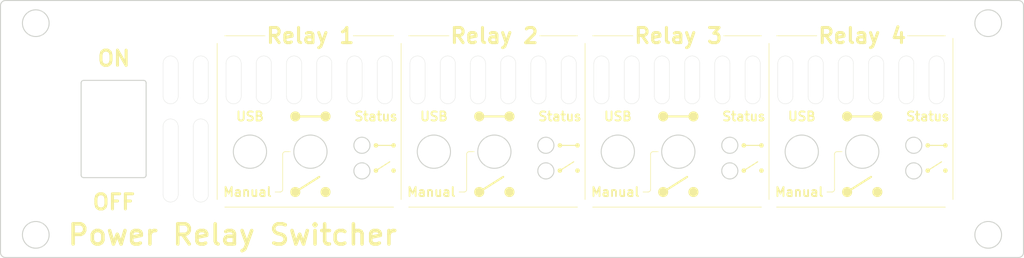
<source format=kicad_pcb>
(kicad_pcb (version 20211014) (generator pcbnew)

  (general
    (thickness 1.6)
  )

  (paper "A4")
  (layers
    (0 "F.Cu" signal)
    (31 "B.Cu" signal)
    (32 "B.Adhes" user "B.Adhesive")
    (33 "F.Adhes" user "F.Adhesive")
    (34 "B.Paste" user)
    (35 "F.Paste" user)
    (36 "B.SilkS" user "B.Silkscreen")
    (37 "F.SilkS" user "F.Silkscreen")
    (38 "B.Mask" user)
    (39 "F.Mask" user)
    (40 "Dwgs.User" user "User.Drawings")
    (41 "Cmts.User" user "User.Comments")
    (42 "Eco1.User" user "User.Eco1")
    (43 "Eco2.User" user "User.Eco2")
    (44 "Edge.Cuts" user)
    (45 "Margin" user)
    (46 "B.CrtYd" user "B.Courtyard")
    (47 "F.CrtYd" user "F.Courtyard")
    (48 "B.Fab" user)
    (49 "F.Fab" user)
  )

  (setup
    (pad_to_mask_clearance 0)
    (pcbplotparams
      (layerselection 0x00010a0_7fffffff)
      (disableapertmacros false)
      (usegerberextensions true)
      (usegerberattributes true)
      (usegerberadvancedattributes true)
      (creategerberjobfile true)
      (svguseinch false)
      (svgprecision 6)
      (excludeedgelayer true)
      (plotframeref false)
      (viasonmask false)
      (mode 1)
      (useauxorigin false)
      (hpglpennumber 1)
      (hpglpenspeed 20)
      (hpglpendiameter 15.000000)
      (dxfpolygonmode true)
      (dxfimperialunits true)
      (dxfusepcbnewfont true)
      (psnegative false)
      (psa4output false)
      (plotreference true)
      (plotvalue true)
      (plotinvisibletext false)
      (sketchpadsonfab false)
      (subtractmaskfromsilk false)
      (outputformat 1)
      (mirror false)
      (drillshape 0)
      (scaleselection 1)
      (outputdirectory "")
    )
  )

  (net 0 "")

  (gr_circle (center 114.5 72) (end 115 72) (layer "F.SilkS") (width 1) (fill none) (tstamp 00000000-0000-0000-0000-0000616bdb7f))
  (gr_circle (center 108.5 72) (end 109 72) (layer "F.SilkS") (width 1) (fill none) (tstamp 00000000-0000-0000-0000-0000616bdb80))
  (gr_line (start 108.5 72) (end 114.5 72) (layer "F.SilkS") (width 0.4) (tstamp 00000000-0000-0000-0000-0000616bdb81))
  (gr_circle (center 151 72) (end 151.5 72) (layer "F.SilkS") (width 1) (fill none) (tstamp 00000000-0000-0000-0000-0000616bdce7))
  (gr_circle (center 145 72) (end 145.5 72) (layer "F.SilkS") (width 1) (fill none) (tstamp 00000000-0000-0000-0000-0000616bdcf7))
  (gr_line (start 145 72) (end 151 72) (layer "F.SilkS") (width 0.4) (tstamp 00000000-0000-0000-0000-0000616bdcf8))
  (gr_line (start 93 88.5) (end 93 57.5) (layer "F.SilkS") (width 0.12) (tstamp 00000000-0000-0000-0000-0000616bddc6))
  (gr_line (start 202.5 88.5) (end 202.5 57.5) (layer "F.SilkS") (width 0.12) (tstamp 00000000-0000-0000-0000-0000616bdf5b))
  (gr_circle (center 224 72) (end 224.5 72) (layer "F.SilkS") (width 1) (fill none) (tstamp 00000000-0000-0000-0000-0000616bdf62))
  (gr_line (start 218 72) (end 224 72) (layer "F.SilkS") (width 0.4) (tstamp 00000000-0000-0000-0000-0000616bdf65))
  (gr_circle (center 218 72) (end 218.5 72) (layer "F.SilkS") (width 1) (fill none) (tstamp 00000000-0000-0000-0000-0000616bdf66))
  (gr_line (start 239 88.5) (end 239 56.5) (layer "F.SilkS") (width 0.12) (tstamp 00000000-0000-0000-0000-0000616bdfac))
  (gr_line (start 131 56) (end 139 56) (layer "F.SilkS") (width 0.12) (tstamp 00000000-0000-0000-0000-0000616be3c3))
  (gr_line (start 157 56) (end 164.5 56) (layer "F.SilkS") (width 0.12) (tstamp 00000000-0000-0000-0000-0000616be3c6))
  (gr_line (start 167.5 56) (end 175.5 56) (layer "F.SilkS") (width 0.12) (tstamp 00000000-0000-0000-0000-0000616be3c9))
  (gr_line (start 94.5 56) (end 102.5 56) (layer "F.SilkS") (width 0.12) (tstamp 00000000-0000-0000-0000-0000616be3cc))
  (gr_line (start 204 56) (end 212 56) (layer "F.SilkS") (width 0.12) (tstamp 00000000-0000-0000-0000-0000616be3cf))
  (gr_line (start 120 56) (end 128 56) (layer "F.SilkS") (width 0.12) (tstamp 00000000-0000-0000-0000-0000616be3d2))
  (gr_line (start 193.5 56) (end 201 56) (layer "F.SilkS") (width 0.12) (tstamp 00000000-0000-0000-0000-0000616be3d5))
  (gr_line (start 230 56) (end 237.5 56) (layer "F.SilkS") (width 0.12) (tstamp 00000000-0000-0000-0000-0000616be3d8))
  (gr_arc (start 215.5 79.5) (mid 215.646447 79.146447) (end 216 79) (layer "F.SilkS") (width 0.12) (tstamp 00000000-0000-0000-0000-0000616c88ce))
  (gr_line (start 161 77.75) (end 164.5 77.75) (layer "F.SilkS") (width 0.2) (tstamp 00000000-0000-0000-0000-0000616c88d1))
  (gr_line (start 145 87) (end 149.75 84) (layer "F.SilkS") (width 0.4) (tstamp 00000000-0000-0000-0000-0000616c88d4))
  (gr_arc (start 179 86.5) (mid 178.853553 86.853553) (end 178.5 87) (layer "F.SilkS") (width 0.12) (tstamp 00000000-0000-0000-0000-0000616c88d7))
  (gr_line (start 234 82.75) (end 236.75 81) (layer "F.SilkS") (width 0.2) (tstamp 00000000-0000-0000-0000-0000616c88da))
  (gr_line (start 142.5 86.5) (end 142.5 79.5) (layer "F.SilkS") (width 0.12) (tstamp 00000000-0000-0000-0000-0000616c88dd))
  (gr_line (start 108.5 87) (end 113.25 84) (layer "F.SilkS") (width 0.4) (tstamp 00000000-0000-0000-0000-0000616c88e0))
  (gr_line (start 204 90) (end 237.5 90) (layer "F.SilkS") (width 0.12) (tstamp 00000000-0000-0000-0000-0000616c88e3))
  (gr_line (start 179.5 79) (end 180.5 79) (layer "F.SilkS") (width 0.12) (tstamp 00000000-0000-0000-0000-0000616c88e6))
  (gr_circle (center 145 87) (end 145.5 87) (layer "F.SilkS") (width 1) (fill none) (tstamp 00000000-0000-0000-0000-0000616c88e9))
  (gr_line (start 141 87) (end 142 87) (layer "F.SilkS") (width 0.12) (tstamp 00000000-0000-0000-0000-0000616c88ec))
  (gr_line (start 124.5 77.75) (end 128 77.75) (layer "F.SilkS") (width 0.2) (tstamp 00000000-0000-0000-0000-0000616c88ef))
  (gr_line (start 131 90) (end 164.5 90) (layer "F.SilkS") (width 0.12) (tstamp 00000000-0000-0000-0000-0000616c88f2))
  (gr_circle (center 181.5 87) (end 182 87) (layer "F.SilkS") (width 1) (fill none) (tstamp 00000000-0000-0000-0000-0000616c88f5))
  (gr_circle (center 234 82.75) (end 234.25 82.75) (layer "F.SilkS") (width 0.4) (fill none) (tstamp 00000000-0000-0000-0000-0000616c88f8))
  (gr_circle (center 201 77.75) (end 201.25 77.75) (layer "F.SilkS") (width 0.4) (fill none) (tstamp 00000000-0000-0000-0000-0000616c88fb))
  (gr_circle (center 161 82.75) (end 161.25 82.75) (layer "F.SilkS") (width 0.4) (fill none) (tstamp 00000000-0000-0000-0000-0000616c88fe))
  (gr_circle (center 224 87) (end 224.5 87) (layer "F.SilkS") (width 1) (fill none) (tstamp 00000000-0000-0000-0000-0000616c8901))
  (gr_line (start 237.25 82.75) (end 237.5 82.75) (layer "F.SilkS") (width 0.12) (tstamp 00000000-0000-0000-0000-0000616c8904))
  (gr_line (start 143 79) (end 144 79) (layer "F.SilkS") (width 0.12) (tstamp 00000000-0000-0000-0000-0000616c8907))
  (gr_line (start 127.75 82.75) (end 128 82.75) (layer "F.SilkS") (width 0.12) (tstamp 00000000-0000-0000-0000-0000616c890a))
  (gr_line (start 197.5 77.75) (end 201 77.75) (layer "F.SilkS") (width 0.2) (tstamp 00000000-0000-0000-0000-0000616c8913))
  (gr_circle (center 128 77.75) (end 128.25 77.75) (layer "F.SilkS") (width 0.4) (fill none) (tstamp 00000000-0000-0000-0000-0000616c8916))
  (gr_line (start 94.5 90) (end 128 90) (layer "F.SilkS") (width 0.12) (tstamp 00000000-0000-0000-0000-0000616c8919))
  (gr_circle (center 124.5 82.75) (end 124.75 82.75) (layer "F.SilkS") (width 0.4) (fill none) (tstamp 00000000-0000-0000-0000-0000616c891c))
  (gr_line (start 106.5 79) (end 107.5 79) (layer "F.SilkS") (width 0.12) (tstamp 00000000-0000-0000-0000-0000616c891f))
  (gr_circle (center 151 87) (end 151.5 87) (layer "F.SilkS") (width 1) (fill none) (tstamp 00000000-0000-0000-0000-0000616c8922))
  (gr_circle (center 108.5 87) (end 109 87) (layer "F.SilkS") (width 1) (fill none) (tstamp 00000000-0000-0000-0000-0000616c8925))
  (gr_circle (center 197.5 77.75) (end 197.75 77.75) (layer "F.SilkS") (width 0.4) (fill none) (tstamp 00000000-0000-0000-0000-0000616c8928))
  (gr_circle (center 164.5 82.75) (end 164.75 82.75) (layer "F.SilkS") (width 0.4) (fill none) (tstamp 00000000-0000-0000-0000-0000616c892b))
  (gr_line (start 106 86.5) (end 106 79.5) (layer "F.SilkS") (width 0.12) (tstamp 00000000-0000-0000-0000-0000616c8937))
  (gr_circle (center 128 82.75) (end 128.25 82.75) (layer "F.SilkS") (width 0.4) (fill none) (tstamp 00000000-0000-0000-0000-0000616c893a))
  (gr_circle (center 124.5 77.75) (end 124.75 77.75) (layer "F.SilkS") (width 0.4) (fill none) (tstamp 00000000-0000-0000-0000-0000616c893d))
  (gr_circle (center 114.5 87) (end 115 87) (layer "F.SilkS") (width 1) (fill none) (tstamp 00000000-0000-0000-0000-0000616c8940))
  (gr_line (start 179 86.5) (end 179 79.5) (layer "F.SilkS") (width 0.12) (tstamp 00000000-0000-0000-0000-0000616c8943))
  (gr_line (start 167.5 90) (end 201 90) (layer "F.SilkS") (width 0.12) (tstamp 00000000-0000-0000-0000-0000616c8946))
  (gr_circle (center 164.5 77.75) (end 164.75 77.75) (layer "F.SilkS") (width 0.4) (fill none) (tstamp 00000000-0000-0000-0000-0000616c8949))
  (gr_line (start 234 77.75) (end 237.5 77.75) (layer "F.SilkS") (width 0.2) (tstamp 00000000-0000-0000-0000-0000616c894c))
  (gr_line (start 200.75 82.75) (end 201 82.75) (layer "F.SilkS") (width 0.12) (tstamp 00000000-0000-0000-0000-0000616c894f))
  (gr_arc (start 106 79.5) (mid 106.146447 79.146447) (end 106.5 79) (layer "F.SilkS") (width 0.12) (tstamp 00000000-0000-0000-0000-0000616c8952))
  (gr_circle (center 237.5 82.75) (end 237.75 82.75) (layer "F.SilkS") (width 0.4) (fill none) (tstamp 00000000-0000-0000-0000-0000616c8955))
  (gr_line (start 161 82.75) (end 163.75 81) (layer "F.SilkS") (width 0.2) (tstamp 00000000-0000-0000-0000-0000616c895b))
  (gr_line (start 197.5 82.75) (end 200.25 81) (layer "F.SilkS") (width 0.2) (tstamp 00000000-0000-0000-0000-0000616c8973))
  (gr_arc (start 106 86.5) (mid 105.853553 86.853553) (end 105.5 87) (layer "F.SilkS") (width 0.12) (tstamp 00000000-0000-0000-0000-0000616c8979))
  (gr_line (start 164.25 82.75) (end 164.5 82.75) (layer "F.SilkS") (width 0.12) (tstamp 00000000-0000-0000-0000-0000616c897c))
  (gr_circle (center 161 77.75) (end 161.25 77.75) (layer "F.SilkS") (width 0.4) (fill none) (tstamp 00000000-0000-0000-0000-0000616c897f))
  (gr_circle (center 201 82.75) (end 201.25 82.75) (layer "F.SilkS") (width 0.4) (fill none) (tstamp 00000000-0000-0000-0000-0000616c8982))
  (gr_line (start 181.5 87) (end 186.25 84) (layer "F.SilkS") (width 0.4) (tstamp 00000000-0000-0000-0000-0000616c8985))
  (gr_line (start 104.5 87) (end 105.5 87) (layer "F.SilkS") (width 0.12) (tstamp 00000000-0000-0000-0000-0000616c8988))
  (gr_circle (center 234 77.75) (end 234.25 77.75) (layer "F.SilkS") (width 0.4) (fill none) (tstamp 00000000-0000-0000-0000-0000616c898b))
  (gr_circle (center 187.5 87) (end 188 87) (layer "F.SilkS") (width 1) (fill none) (tstamp 00000000-0000-0000-0000-0000616c898e))
  (gr_line (start 124.5 82.75) (end 127.25 81) (layer "F.SilkS") (width 0.2) (tstamp 00000000-0000-0000-0000-0000616c899a))
  (gr_line (start 215.5 86.5) (end 215.5 79.5) (layer "F.SilkS") (width 0.12) (tstamp 00000000-0000-0000-0000-0000616c899d))
  (gr_arc (start 215.5 86.5) (mid 215.353553 86.853553) (end 215 87) (layer "F.SilkS") (width 0.12) (tstamp 00000000-0000-0000-0000-0000616c89a0))
  (gr_line (start 177.5 87) (end 178.5 87) (layer "F.SilkS") (width 0.12) (tstamp 00000000-0000-0000-0000-0000616c89a3))
  (gr_line (start 216 79) (end 217 79) (layer "F.SilkS") (width 0.12) (tstamp 00000000-0000-0000-0000-0000616c89a6))
  (gr_circle (center 237.5 77.75) (end 237.75 77.75) (layer "F.SilkS") (width 0.4) (fill none) (tstamp 00000000-0000-0000-0000-0000616c89a9))
  (gr_arc (start 142.5 86.5) (mid 142.353553 86.853553) (end 142 87) (layer "F.SilkS") (width 0.12) (tstamp 00000000-0000-0000-0000-0000616c89ac))
  (gr_arc (start 179 79.5) (mid 179.146447 79.146447) (end 179.5 79) (layer "F.SilkS") (width 0.12) (tstamp 00000000-0000-0000-0000-0000616c89af))
  (gr_circle (center 197.5 82.75) (end 197.75 82.75) (layer "F.SilkS") (width 0.4) (fill none) (tstamp 00000000-0000-0000-0000-0000616c89b5))
  (gr_line (start 214 87) (end 215 87) (layer "F.SilkS") (width 0.12) (tstamp 00000000-0000-0000-0000-0000616c89b8))
  (gr_arc (start 142.5 79.5) (mid 142.646447 79.146447) (end 143 79) (layer "F.SilkS") (width 0.12) (tstamp 00000000-0000-0000-0000-0000616c89bb))
  (gr_line (start 218 87) (end 222.75 84) (layer "F.SilkS") (width 0.4) (tstamp 00000000-0000-0000-0000-0000616c89be))
  (gr_circle (center 218 87) (end 218.5 87) (layer "F.SilkS") (width 1) (fill none) (tstamp 00000000-0000-0000-0000-0000616c89c4))
  (gr_line (start 166 88.5) (end 166 57.5) (layer "F.SilkS") (width 0.12) (tstamp 31f52a41-1eed-45c9-b3c7-e08730ae9e30))
  (gr_circle (center 181.5 72) (end 182 72) (layer "F.SilkS") (width 1) (fill none) (tstamp 47e4e77e-39be-4beb-b6ca-1db0f8996fe0))
  (gr_circle (center 187.5 72) (end 188 72) (layer "F.SilkS") (width 1) (fill none) (tstamp 5c3062cb-d812-4348-8c22-213a65d03f98))
  (gr_line (start 129.5 88.5) (end 129.5 57.5) (layer "F.SilkS") (width 0.12) (tstamp 5ecae61a-cfbd-45ae-b6a5-4234d2599ac3))
  (gr_line (start 181.5 72) (end 187.5 72) (layer "F.SilkS") (width 0.4) (tstamp c7d07753-1b8f-4ef1-b4a3-c4f0ac47ece0))
  (gr_line (start 97.75 61.5) (end 97.75 68) (layer "Edge.Cuts") (width 0.05) (tstamp 00000000-0000-0000-0000-0000616be305))
  (gr_line (start 94.75 68) (end 94.75 61.5) (layer "Edge.Cuts") (width 0.05) (tstamp 00000000-0000-0000-0000-0000616be306))
  (gr_line (start 100.75 68) (end 100.75 61.5) (layer "Edge.Cuts") (width 0.05) (tstamp 00000000-0000-0000-0000-0000616be30e))
  (gr_arc (start 100.75 61.5) (mid 102.25 60) (end 103.75 61.5) (layer "Edge.Cuts") (width 0.05) (tstamp 00000000-0000-0000-0000-0000616be30f))
  (gr_line (start 103.75 61.5) (end 103.75 68) (layer "Edge.Cuts") (width 0.05) (tstamp 00000000-0000-0000-0000-0000616be310))
  (gr_arc (start 103.75 68) (mid 102.25 69.5) (end 100.75 68) (layer "Edge.Cuts") (width 0.05) (tstamp 00000000-0000-0000-0000-0000616be311))
  (gr_line (start 106.75 68) (end 106.75 61.5) (layer "Edge.Cuts") (width 0.05) (tstamp 00000000-0000-0000-0000-0000616be337))
  (gr_arc (start 109.75 68) (mid 108.25 69.5) (end 106.75 68) (layer "Edge.Cuts") (width 0.05) (tstamp 00000000-0000-0000-0000-0000616be339))
  (gr_arc (start 106.75 61.5) (mid 108.25 60) (end 109.75 61.5) (layer "Edge.Cuts") (width 0.05) (tstamp 00000000-0000-0000-0000-0000616be33a))
  (gr_line (start 109.75 61.5) (end 109.75 68) (layer "Edge.Cuts") (width 0.05) (tstamp 00000000-0000-0000-0000-0000616be33b))
  (gr_line (start 112.75 68) (end 112.75 61.5) (layer "Edge.Cuts") (width 0.05) (tstamp 00000000-0000-0000-0000-0000616be342))
  (gr_arc (start 118.75 61.5) (mid 120.25 60) (end 121.75 61.5) (layer "Edge.Cuts") (width 0.05) (tstamp 00000000-0000-0000-0000-0000616be343))
  (gr_arc (start 121.75 68) (mid 120.25 69.5) (end 118.75 68) (layer "Edge.Cuts") (width 0.05) (tstamp 00000000-0000-0000-0000-0000616be344))
  (gr_line (start 121.75 61.5) (end 121.75 68) (layer "Edge.Cuts") (width 0.05) (tstamp 00000000-0000-0000-0000-0000616be345))
  (gr_arc (start 115.75 68) (mid 114.25 69.5) (end 112.75 68) (layer "Edge.Cuts") (width 0.05) (tstamp 00000000-0000-0000-0000-0000616be346))
  (gr_line (start 118.75 68) (end 118.75 61.5) (layer "Edge.Cuts") (width 0.05) (tstamp 00000000-0000-0000-0000-0000616be347))
  (gr_arc (start 112.75 61.5) (mid 114.25 60) (end 115.75 61.5) (layer "Edge.Cuts") (width 0.05) (tstamp 00000000-0000-0000-0000-0000616be348))
  (gr_line (start 115.75 61.5) (end 115.75 68) (layer "Edge.Cuts") (width 0.05) (tstamp 00000000-0000-0000-0000-0000616be349))
  (gr_line (start 124.75 68) (end 124.75 61.5) (layer "Edge.Cuts") (width 0.05) (tstamp 00000000-0000-0000-0000-0000616be352))
  (gr_arc (start 124.75 61.5) (mid 126.25 60) (end 127.75 61.5) (layer "Edge.Cuts") (width 0.05) (tstamp 00000000-0000-0000-0000-0000616be353))
  (gr_line (start 127.75 61.5) (end 127.75 68) (layer "Edge.Cuts") (width 0.05) (tstamp 00000000-0000-0000-0000-0000616be354))
  (gr_arc (start 127.75 68) (mid 126.25 69.5) (end 124.75 68) (layer "Edge.Cuts") (width 0.05) (tstamp 00000000-0000-0000-0000-0000616be355))
  (gr_line (start 204.25 68) (end 204.25 61.5) (layer "Edge.Cuts") (width 0.05) (tstamp 00000000-0000-0000-0000-0000616be35a))
  (gr_line (start 228.25 68) (end 228.25 61.5) (layer "Edge.Cuts") (width 0.05) (tstamp 00000000-0000-0000-0000-0000616be35b))
  (gr_arc (start 237.25 68) (mid 235.75 69.5) (end 234.25 68) (layer "Edge.Cuts") (width 0.05) (tstamp 00000000-0000-0000-0000-0000616be35c))
  (gr_arc (start 228.25 61.5) (mid 229.75 60) (end 231.25 61.5) (layer "Edge.Cuts") (width 0.05) (tstamp 00000000-0000-0000-0000-0000616be35d))
  (gr_arc (start 225.25 68) (mid 223.75 69.5) (end 222.25 68) (layer "Edge.Cuts") (width 0.05) (tstamp 00000000-0000-0000-0000-0000616be35e))
  (gr_line (start 231.25 61.5) (end 231.25 68) (layer "Edge.Cuts") (width 0.05) (tstamp 00000000-0000-0000-0000-0000616be35f))
  (gr_line (start 234.25 68) (end 234.25 61.5) (layer "Edge.Cuts") (width 0.05) (tstamp 00000000-0000-0000-0000-0000616be360))
  (gr_line (start 210.25 68) (end 210.25 61.5) (layer "Edge.Cuts") (width 0.05) (tstamp 00000000-0000-0000-0000-0000616be361))
  (gr_arc (start 234.25 61.5) (mid 235.75 60) (end 237.25 61.5) (layer "Edge.Cuts") (width 0.05) (tstamp 00000000-0000-0000-0000-0000616be362))
  (gr_arc (start 204.25 61.5) (mid 205.75 60) (end 207.25 61.5) (layer "Edge.Cuts") (width 0.05) (tstamp 00000000-0000-0000-0000-0000616be363))
  (gr_arc (start 216.25 61.5) (mid 217.75 60) (end 219.25 61.5) (layer "Edge.Cuts") (width 0.05) (tstamp 00000000-0000-0000-0000-0000616be364))
  (gr_arc (start 219.25 68) (mid 217.75 69.5) (end 216.25 68) (layer "Edge.Cuts") (width 0.05) (tstamp 00000000-0000-0000-0000-0000616be365))
  (gr_line (start 222.25 68) (end 222.25 61.5) (layer "Edge.Cuts") (width 0.05) (tstamp 00000000-0000-0000-0000-0000616be366))
  (gr_arc (start 222.25 61.5) (mid 223.75 60) (end 225.25 61.5) (layer "Edge.Cuts") (width 0.05) (tstamp 00000000-0000-0000-0000-0000616be367))
  (gr_line (start 207.25 61.5) (end 207.25 68) (layer "Edge.Cuts") (width 0.05) (tstamp 00000000-0000-0000-0000-0000616be368))
  (gr_line (start 219.25 61.5) (end 219.25 68) (layer "Edge.Cuts") (width 0.05) (tstamp 00000000-0000-0000-0000-0000616be369))
  (gr_arc (start 213.25 68) (mid 211.75 69.5) (end 210.25 68) (layer "Edge.Cuts") (width 0.05) (tstamp 00000000-0000-0000-0000-0000616be36a))
  (gr_arc (start 207.25 68) (mid 205.75 69.5) (end 204.25 68) (layer "Edge.Cuts") (width 0.05) (tstamp 00000000-0000-0000-0000-0000616be36b))
  (gr_line (start 216.25 68) (end 216.25 61.5) (layer "Edge.Cuts") (width 0.05) (tstamp 00000000-0000-0000-0000-0000616be36c))
  (gr_arc (start 231.25 68) (mid 229.75 69.5) (end 228.25 68) (layer "Edge.Cuts") (width 0.05) (tstamp 00000000-0000-0000-0000-0000616be36d))
  (gr_arc (start 210.25 61.5) (mid 211.75 60) (end 213.25 61.5) (layer "Edge.Cuts") (width 0.05) (tstamp 00000000-0000-0000-0000-0000616be36e))
  (gr_line (start 225.25 61.5) (end 225.25 68) (layer "Edge.Cuts") (width 0.05) (tstamp 00000000-0000-0000-0000-0000616be36f))
  (gr_line (start 213.25 61.5) (end 213.25 68) (layer "Edge.Cuts") (width 0.05) (tstamp 00000000-0000-0000-0000-0000616be370))
  (gr_line (start 237.25 61.5) (end 237.25 68) (layer "Edge.Cuts") (width 0.05) (tstamp 00000000-0000-0000-0000-0000616be371))
  (gr_line (start 82.25 68) (end 82.25 61.5) (layer "Edge.Cuts") (width 0.05) (tstamp 00000000-0000-0000-0000-0000616be494))
  (gr_arc (start 91.25 68) (mid 89.75 69.5) (end 88.25 68) (layer "Edge.Cuts") (width 0.05) (tstamp 00000000-0000-0000-0000-0000616be495))
  (gr_arc (start 82.25 61.5) (mid 83.75 60) (end 85.25 61.5) (layer "Edge.Cuts") (width 0.05) (tstamp 00000000-0000-0000-0000-0000616be496))
  (gr_line (start 85.25 61.5) (end 85.25 68) (layer "Edge.Cuts") (width 0.05) (tstamp 00000000-0000-0000-0000-0000616be497))
  (gr_line (start 88.25 68) (end 88.25 61.5) (layer "Edge.Cuts") (width 0.05) (tstamp 00000000-0000-0000-0000-0000616be498))
  (gr_arc (start 88.25 61.5) (mid 89.75 60) (end 91.25 61.5) (layer "Edge.Cuts") (width 0.05) (tstamp 00000000-0000-0000-0000-0000616be499))
  (gr_arc (start 85.25 68) (mid 83.75 69.5) (end 82.25 68) (layer "Edge.Cuts") (width 0.05) (tstamp 00000000-0000-0000-0000-0000616be49a))
  (gr_line (start 91.25 61.5) (end 91.25 68) (layer "Edge.Cuts") (width 0.05) (tstamp 00000000-0000-0000-0000-0000616be49b))
  (gr_arc (start 91.25 87.5) (mid 89.75 89) (end 88.25 87.5) (layer "Edge.Cuts") (width 0.05) (tstamp 00000000-0000-0000-0000-0000616be4a5))
  (gr_line (start 88.25 87.5) (end 88.25 74) (layer "Edge.Cuts") (width 0.05) (tstamp 00000000-0000-0000-0000-0000616be4a6))
  (gr_line (start 82.25 87.5) (end 82.25 74) (layer "Edge.Cuts") (width 0.05) (tstamp 00000000-0000-0000-0000-0000616be4a7))
  (gr_line (start 91.25 74) (end 91.25 87.5) (layer "Edge.Cuts") (width 0.05) (tstamp 00000000-0000-0000-0000-0000616be4a8))
  (gr_arc (start 82.25 74) (mid 83.75 72.5) (end 85.25 74) (layer "Edge.Cuts") (width 0.05) (tstamp 00000000-0000-0000-0000-0000616be4a9))
  (gr_line (start 85.25 74) (end 85.25 87.5) (layer "Edge.Cuts") (width 0.05) (tstamp 00000000-0000-0000-0000-0000616be4aa))
  (gr_arc (start 88.25 74) (mid 89.75 72.5) (end 91.25 74) (layer "Edge.Cuts") (width 0.05) (tstamp 00000000-0000-0000-0000-0000616be4ab))
  (gr_arc (start 85.25 87.5) (mid 83.75 89) (end 82.25 87.5) (layer "Edge.Cuts") (width 0.05) (tstamp 00000000-0000-0000-0000-0000616be4ac))
  (gr_circle (center 148 79) (end 151.3 79) (layer "Edge.Cuts") (width 0.2) (fill none) (tstamp 00000000-0000-0000-0000-0000616c890d))
  (gr_circle (center 99.5 79) (end 102.8 79) (layer "Edge.Cuts") (width 0.2) (fill none) (tstamp 00000000-0000-0000-0000-0000616c8910))
  (gr_circle (center 221 79) (end 224.3 79) (layer "Edge.Cuts") (width 0.2) (fill none) (tstamp 00000000-0000-0000-0000-0000616c8931))
  (gr_circle (center 158.22 77.73) (end 159.82 77.73) (layer "Edge.Cuts") (width 0.2) (fill none) (tstamp 00000000-0000-0000-0000-0000616c8934))
  (gr_circle (center 184.5 79) (end 187.8 79) (layer "Edge.Cuts") (width 0.2) (fill none) (tstamp 00000000-0000-0000-0000-0000616c8958))
  (gr_circle (center 231.22 82.81) (end 232.82 82.81) (layer "Edge.Cuts") (width 0.2) (fill none) (tstamp 00000000-0000-0000-0000-0000616c895e))
  (gr_circle (center 194.72 82.81) (end 196.32 82.81) (layer "Edge.Cuts") (width 0.2) (fill none) (tstamp 00000000-0000-0000-0000-0000616c8961))
  (gr_circle (center 158.22 82.81) (end 159.82 82.81) (layer "Edge.Cuts") (width 0.2) (fill none) (tstamp 00000000-0000-0000-0000-0000616c8964))
  (gr_circle (center 111.5 79) (end 114.8 79) (layer "Edge.Cuts") (width 0.2) (fill none) (tstamp 00000000-0000-0000-0000-0000616c8967))
  (gr_circle (center 172.5 79) (end 175.8 79) (layer "Edge.Cuts") (width 0.2) (fill none) (tstamp 00000000-0000-0000-0000-0000616c896a))
  (gr_circle (center 136 79) (end 139.3 79) (layer "Edge.Cuts") (width 0.2) (fill none) (tstamp 00000000-0000-0000-0000-0000616c896d))
  (gr_circle (center 231.22 77.73) (end 232.82 77.73) (layer "Edge.Cuts") (width 0.2) (fill none) (tstamp 00000000-0000-0000-0000-0000616c8970))
  (gr_circle (center 209 79) (end 212.3 79) (layer "Edge.Cuts") (width 0.2) (fill none) (tstamp 00000000-0000-0000-0000-0000616c8976))
  (gr_circle (center 194.72 77.73) (end 196.32 77.73) (layer "Edge.Cuts") (width 0.2) (fill none) (tstamp 00000000-0000-0000-0000-0000616c8991))
  (gr_circle (center 121.719999 77.73) (end 123.319999 77.73) (layer "Edge.Cuts") (width 0.2) (fill none) (tstamp 00000000-0000-0000-0000-0000616c8994))
  (gr_circle (center 121.719999 82.81) (end 123.319999 82.81) (layer "Edge.Cuts") (width 0.2) (fill none) (tstamp 00000000-0000-0000-0000-0000616c89c1))
  (gr_line (start 161.25 68) (end 161.25 61.5) (layer "Edge.Cuts") (width 0.05) (tstamp 0a41919c-15f8-4b76-af8c-0548f0909815))
  (gr_arc (start 66 65.35) (mid 66.146447 64.996447) (end 66.5 64.85) (layer "Edge.Cuts") (width 0.2) (tstamp 173c58c4-b94a-48dc-9c06-833d3c8a0095))
  (gr_line (start 78.9 83.65) (end 78.9 65.35) (layer "Edge.Cuts") (width 0.2) (tstamp 18ac17d9-21d8-4706-8111-024a9cddfb68))
  (gr_line (start 51 49) (end 252 49) (layer "Edge.Cuts") (width 0.2) (tstamp 1b2e7599-78e2-4bc1-87c1-0cac6018eb29))
  (gr_line (start 66 83.65) (end 66 65.35) (layer "Edge.Cuts") (width 0.2) (tstamp 1c2d77eb-7882-44a4-97ed-f58a4ad4c441))
  (gr_arc (start 97.75 68) (mid 96.25 69.5) (end 94.75 68) (layer "Edge.Cuts") (width 0.05) (tstamp 1f307ab9-2e3b-4f32-abfd-e9a33f8e2f0f))
  (gr_line (start 149.25 68) (end 149.25 61.5) (layer "Edge.Cuts") (width 0.05) (tstamp 215e039b-b9f2-4770-bac6-a14aa8711e9e))
  (gr_line (start 253 99) (end 253 50) (layer "Edge.Cuts") (width 0.2) (tstamp 26f15504-7ec2-4f2e-af11-a178f8cece23))
  (gr_line (start 164.25 61.5) (end 164.25 68) (layer "Edge.Cuts") (width 0.05) (tstamp 292921de-ff54-4056-8077-f45ab10c075f))
  (gr_line (start 146.25 61.5) (end 146.25 68) (layer "Edge.Cuts") (width 0.05) (tstamp 331306eb-cdab-4545-9a82-93ca96ca7f36))
  (gr_arc (start 200.75 68) (mid 199.25 69.5) (end 197.75 68) (layer "Edge.Cuts") (width 0.05) (tstamp 33b4f476-ddec-4dba-a4f8-1471e04a265c))
  (gr_circle (center 246 53.5) (end 248.65 53.5) (layer "Edge.Cuts") (width 0.2) (fill none) (tstamp 34c492df-856f-4c2c-a443-97931cfbd969))
  (gr_arc (start 188.75 68) (mid 187.25 69.5) (end 185.75 68) (layer "Edge.Cuts") (width 0.05) (tstamp 34d1596b-6918-4b4c-8793-0fa07eac7d87))
  (gr_arc (start 78.9 83.65) (mid 78.753553 84.003553) (end 78.4 84.15) (layer "Edge.Cuts") (width 0.2) (tstamp 35f6f6db-72dd-4680-b944-e72281fded9b))
  (gr_line (start 194.75 61.5) (end 194.75 68) (layer "Edge.Cuts") (width 0.05) (tstamp 38bf5d49-4b7d-46af-9aec-20338ac3b567))
  (gr_line (start 66.5 84.15) (end 78.4 84.15) (layer "Edge.Cuts") (width 0.2) (tstamp 3fef8bb8-e42e-4e2b-8e3e-2296b3746792))
  (gr_arc (start 155.25 61.5) (mid 156.75 60) (end 158.25 61.5) (layer "Edge.Cuts") (width 0.05) (tstamp 3ffe9ae2-2380-44fe-8e30-8c1721a26c4b))
  (gr_arc (start 137.25 61.5) (mid 138.75 60) (end 140.25 61.5) (layer "Edge.Cuts") (width 0.05) (tstamp 40c6b5d4-866c-4ff8-8986-80c236685948))
  (gr_line (start 143.25 68) (end 143.25 61.5) (layer "Edge.Cuts") (width 0.05) (tstamp 46538834-d2f0-419f-af0b-5e368a2d6464))
  (gr_arc (start 185.75 61.5) (mid 187.25 60) (end 188.75 61.5) (layer "Edge.Cuts") (width 0.05) (tstamp 4b663f55-f630-4aa2-84b3-209008fa9be6))
  (gr_line (start 197.75 68) (end 197.75 61.5) (layer "Edge.Cuts") (width 0.05) (tstamp 525673ef-53b5-4aec-9b87-bb6bae7a324f))
  (gr_arc (start 158.25 68) (mid 156.75 69.5) (end 155.25 68) (layer "Edge.Cuts") (width 0.05) (tstamp 5b421ad9-a3bc-4de8-bb05-c0685dceee00))
  (gr_arc (start 131.25 61.5) (mid 132.75 60) (end 134.25 61.5) (layer "Edge.Cuts") (width 0.05) (tstamp 5bad4a08-e9ad-4c6a-a064-b27233bfc778))
  (gr_arc (start 143.25 61.5) (mid 144.75 60) (end 146.25 61.5) (layer "Edge.Cuts") (width 0.05) (tstamp 5e4db9dc-8490-4316-ac08-c64b6a904655))
  (gr_arc (start 149.25 61.5) (mid 150.75 60) (end 152.25 61.5) (layer "Edge.Cuts") (width 0.05) (tstamp 5ee25315-394b-4734-b5e2-a96c971b61ce))
  (gr_arc (start 140.25 68) (mid 138.75 69.5) (end 137.25 68) (layer "Edge.Cuts") (width 0.05) (tstamp 6240b5a7-9d21-4407-bc7d-3670e96f6711))
  (gr_line (start 137.25 68) (end 137.25 61.5) (layer "Edge.Cuts") (width 0.05) (tstamp 68adce96-4409-4a7f-81a7-7429840d25bf))
  (gr_line (start 152.25 61.5) (end 152.25 68) (layer "Edge.Cuts") (width 0.05) (tstamp 69767d4a-20bd-4e26-8242-14251a061cc2))
  (gr_arc (start 161.25 61.5) (mid 162.75 60) (end 164.25 61.5) (layer "Edge.Cuts") (width 0.05) (tstamp 6afefa21-f029-4860-b309-eb5e599937b3))
  (gr_arc (start 176.75 68) (mid 175.25 69.5) (end 173.75 68) (layer "Edge.Cuts") (width 0.05) (tstamp 6b74a5ad-00a1-49bb-9e50-2701659a2a68))
  (gr_arc (start 167.75 61.5) (mid 169.25 60) (end 170.75 61.5) (layer "Edge.Cuts") (width 0.05) (tstamp 6bc6cb78-b0fa-4da8-ae22-4c06c645a271))
  (gr_line (start 51 100) (end 252 100) (layer "Edge.Cuts") (width 0.2) (tstamp 741b7e6a-ac86-4726-8cf9-550c77fe49b4))
  (gr_circle (center 246 95.5) (end 248.65 95.5) (layer "Edge.Cuts") (width 0.2) (fill none) (tstamp 791dc24c-54d7-470e-9ab7-32fa36efd71b))
  (gr_arc (start 194.75 68) (mid 193.25 69.5) (end 191.75 68) (layer "Edge.Cuts") (width 0.05) (tstamp 7941b047-7fe0-41d0-9415-4890b2a45ff1))
  (gr_line (start 131.25 68) (end 131.25 61.5) (layer "Edge.Cuts") (width 0.05) (tstamp 7e53602b-ffcb-4dbb-8232-c85b6342d761))
  (gr_line (start 176.75 61.5) (end 176.75 68) (layer "Edge.Cuts") (width 0.05) (tstamp 7f0dc40b-4780-4940-909d-c96afddec0e5))
  (gr_line (start 50 99) (end 50 50) (layer "Edge.Cuts") (width 0.2) (tstamp 81b07ea7-caaf-4fa3-8acc-aca76113ef04))
  (gr_line (start 200.75 61.5) (end 200.75 68) (layer "Edge.Cuts") (width 0.05) (tstamp 81f99055-f3c1-49a8-915e-0aa7a78464e0))
  (gr_arc (start 191.75 61.5) (mid 193.25 60) (end 194.75 61.5) (layer "Edge.Cuts") (width 0.05) (tstamp 8743c810-9f35-4a13-b5ab-1ebcefadccdb))
  (gr_arc (start 253 99) (mid 252.707107 99.707107) (end 252 100) (layer "Edge.Cuts") (width 0.2) (tstamp 886c8dd0-c279-44fd-864e-dc61026b3c45))
  (gr_arc (start 152.25 68) (mid 150.75 69.5) (end 149.25 68) (layer "Edge.Cuts") (width 0.05) (tstamp 9ee1bcb7-6c47-4d20-ab5e-b2f50ca4264e))
  (gr_line (start 158.25 61.5) (end 158.25 68) (layer "Edge.Cuts") (width 0.05) (tstamp a0fb271d-d537-4189-87be-e34fb62fcc9e))
  (gr_arc (start 94.75 61.5) (mid 96.25 60) (end 97.75 61.5) (layer "Edge.Cuts") (width 0.05) (tstamp a1eb54a2-8abc-4daf-be46-cf3a505f59ef))
  (gr_line (start 170.75 61.5) (end 170.75 68) (layer "Edge.Cuts") (width 0.05) (tstamp a412134e-3d62-46f3-b74a-a4f608080713))
  (gr_line (start 179.75 68) (end 179.75 61.5) (layer "Edge.Cuts") (width 0.05) (tstamp a54eee65-87ad-4d4c-bbc6-61522d44d25e))
  (gr_arc (start 164.25 68) (mid 162.75 69.5) (end 161.25 68) (layer "Edge.Cuts") (width 0.05) (tstamp acc5f919-71c9-4b02-9785-e77f3f662ee3))
  (gr_line (start 182.75 61.5) (end 182.75 68) (layer "Edge.Cuts") (width 0.05) (tstamp ad23256e-d576-46f1-8aa4-dc349478262f))
  (gr_circle (center 57 53.5) (end 59.65 53.5) (layer "Edge.Cuts") (width 0.2) (fill none) (tstamp b0467589-f4a6-4875-8e8c-68fdd9a5d826))
  (gr_arc (start 146.25 68) (mid 144.75 69.5) (end 143.25 68) (layer "Edge.Cuts") (width 0.05) (tstamp b0df8789-b267-4db5-a867-f862e96c5b95))
  (gr_line (start 188.75 61.5) (end 188.75 68) (layer "Edge.Cuts") (width 0.05) (tstamp bb3cbd8a-bb1a-4d9b-9935-31533e913938))
  (gr_line (start 191.75 68) (end 191.75 61.5) (layer "Edge.Cuts") (width 0.05) (tstamp c52130a2-fe15-44b5-abe7-8982f1a196fc))
  (gr_arc (start 170.75 68) (mid 169.25 69.5) (end 167.75 68) (layer "Edge.Cuts") (width 0.05) (tstamp c9e5e15f-d9dd-4313-bf8d-d94dc37fa057))
  (gr_arc (start 179.75 61.5) (mid 181.25 60) (end 182.75 61.5) (layer "Edge.Cuts") (width 0.05) (tstamp cd3c7b66-2b19-420d-bb1c-d1cbde647cd8))
  (gr_arc (start 252 49) (mid 252.707107 49.292893) (end 253 50) (layer "Edge.Cuts") (width 0.2) (tstamp ce462ef9-2387-4365-b2dc-bac6b2c4ffbf))
  (gr_line (start 173.75 68) (end 173.75 61.5) (layer "Edge.Cuts") (width 0.05) (tstamp cea28115-fc0a-477a-bf87-34c4e4dff3e7))
  (gr_arc (start 51 100) (mid 50.292893 99.707107) (end 50 99) (layer "Edge.Cuts") (width 0.2) (tstamp d23646b3-7638-4a70-a4dc-249aa93f03d8))
  (gr_line (start 185.75 68) (end 185.75 61.5) (layer "Edge.Cuts") (width 0.05) (tstamp d5c07ff2-6011-40fc-993b-7517996f68de))
  (gr_arc (start 66.5 84.15) (mid 66.146447 84.003553) (end 66 83.65) (layer "Edge.Cuts") (width 0.2) (tstamp d6ab9a99-e134-43b3-9463-302ab08eba72))
  (gr_line (start 140.25 61.5) (end 140.25 68) (layer "Edge.Cuts") (width 0.05) (tstamp d97cde96-e7b5-4126-ae50-26b3824ba7c1))
  (gr_arc (start 173.75 61.5) (mid 175.25 60) (end 176.75 61.5) (layer "Edge.Cuts") (width 0.05) (tstamp d9990cc4-c8f6-4398-b8b7-44719f696e3f))
  (gr_circle (center 57 95.5) (end 59.65 95.5) (layer "Edge.Cuts") (width 0.2) (fill none) (tstamp deaf2812-0624-4b60-81f6-e5446cada6e9))
  (gr_line (start 66.5 64.85) (end 78.4 64.85) (layer "Edge.Cuts") (width 0.2) (tstamp e03315a1-1aba-4592-9cf3-dfd7895bdc65))
  (gr_line (start 134.25 61.5) (end 134.25 68) (layer "Edge.Cuts") (width 0.05) (tstamp e0b92590-4664-4c78-a486-ec8c7cc5e119))
  (gr_line (start 167.75 68) (end 167.75 61.5) (layer "Edge.Cuts") (width 0.05) (tstamp e4bf7159-99d3-4d9f-b1ca-9eb974395052))
  (gr_arc (start 134.25 68) (mid 132.75 69.5) (end 131.25 68) (layer "Edge.Cuts") (width 0.05) (tstamp ec646e03-e8e3-470b-a9b3-0aa92de3fbc3))
  (gr_arc (start 78.4 64.85) (mid 78.753553 64.996447) (end 78.9 65.35) (layer "Edge.Cuts") (width 0.2) (tstamp ed2a079c-d2c6-4c5d-abbe-1fb04ef0de3e))
  (gr_arc (start 182.75 68) (mid 181.25 69.5) (end 179.75 68) (layer "Edge.Cuts") (width 0.05) (tstamp ed88c85e-8120-4550-98b9-030b80c3d883))
  (gr_line (start 155.25 68) (end 155.25 61.5) (layer "Edge.Cuts") (width 0.05) (tstamp fa4f2829-e28b-4787-b890-89160db8d094))
  (gr_arc (start 197.75 61.5) (mid 199.25 60) (end 200.75 61.5) (layer "Edge.Cuts") (width 0.05) (tstamp fc1384e2-9131-4941-9957-1103ab1000ea))
  (gr_arc (start 50 50) (mid 50.292893 49.292893) (end 51 49) (layer "Edge.Cuts") (width 0.2) (tstamp fe4370d1-510b-449f-8dbc-6771724e17b0))
  (gr_text "OFF" (at 72.5 89) (layer "F.SilkS") (tstamp 00000000-0000-0000-0000-0000616bd9f4)
    (effects (font (size 3 3) (thickness 0.6)))
  )
  (gr_text "USB" (at 99.5 72) (layer "F.SilkS") (tstamp 00000000-0000-0000-0000-0000616bdab9)
    (effects (font (size 1.8 1.8) (thickness 0.35)))
  )
  (gr_text "Status" (at 161 72) (layer "F.SilkS") (tstamp 00000000-0000-0000-0000-0000616bdce6)
    (effects (font (size 1.8 1.8) (thickness 0.35)))
  )
  (gr_text "USB" (at 136 72) (layer "F.SilkS") (tstamp 00000000-0000-0000-0000-0000616bdcea)
    (effects (font (size 1.8 1.8) (thickness 0.35)))
  )
  (gr_text "Relay 2" (at 148 56) (layer "F.SilkS") (tstamp 00000000-0000-0000-0000-0000616bde52)
    (effects (font (size 3 3) (thickness 0.6)))
  )
  (gr_text "USB" (at 209 72) (layer "F.SilkS") (tstamp 00000000-0000-0000-0000-0000616bdf5e)
    (effects (font (size 1.8 1.8) (thickness 0.35)))
  )
  (gr_text "Status" (at 234 72) (layer "F.SilkS") (tstamp 00000000-0000-0000-0000-0000616bdf6c)
    (effects (font (size 1.8 1.8) (thickness 0.35)))
  )
  (gr_text "Relay 4" (at 221 56) (layer "F.SilkS") (tstamp 00000000-0000-0000-0000-0000616bdfa4)
    (effects (font (size 3 3) (thickness 0.6)))
  )
  (gr_text "Power Relay Switcher" (at 63 95.5) (layer "F.SilkS") (tstamp 00000000-0000-0000-0000-0000616be41d)
    (effects (font (size 4 4) (thickness 0.7)) (justify left))
  )
  (gr_text "Manual" (at 208.5 87) (layer "F.SilkS") (tstamp 00000000-0000-0000-0000-0000616c892e)
    (effects (font (size 1.8 1.8) (thickness 0.35)))
  )
  (gr_text "Manual" (at 135.5 87) (layer "F.SilkS") (tstamp 00000000-0000-0000-0000-0000616c8997)
    (effects (font (size 1.8 1.8) (thickness 0.35)))
  )
  (gr_text "Manual" (at 172 87) (layer "F.SilkS") (tstamp 00000000-0000-0000-0000-0000616c89b2)
    (effects (font (size 1.8 1.8) (thickness 0.35)))
  )
  (gr_text "Manual" (at 99 87) (layer "F.SilkS") (tstamp 20c50662-8b74-480c-964b-dfd14e6dcbf4)
    (effects (font (size 1.8 1.8) (thickness 0.35)))
  )
  (gr_text "Relay 3" (at 184.5 56) (layer "F.SilkS") (tstamp 2bedbf96-01cf-43ad-a289-f837692c8d1d)
    (effects (font (size 3 3) (thickness 0.6)))
  )
  (gr_text "Status" (at 197.5 72) (layer "F.SilkS") (tstamp 754584e8-3428-44ca-94be-8032b2e79436)
    (effects (font (size 1.8 1.8) (thickness 0.35)))
  )
  (gr_text "USB" (at 172.5 72) (layer "F.SilkS") (tstamp 76025481-536a-4e74-ba14-608c71fdbb12)
    (effects (font (size 1.8 1.8) (thickness 0.35)))
  )
  (gr_text "ON" (at 72.5 60.5) (layer "F.SilkS") (tstamp bdddf3dd-054c-4301-8c8d-6e61fd758d39)
    (effects (font (size 3 3) (thickness 0.6)))
  )
  (gr_text "Status" (at 124.5 72) (layer "F.SilkS") (tstamp db8d738f-ac69-43af-a661-e61c200b11c6)
    (effects (font (size 1.8 1.8) (thickness 0.35)))
  )
  (gr_text "Relay 1" (at 111.5 56) (layer "F.SilkS") (tstamp dbc3adf7-6894-41ae-8131-d4c4e2efbdfc)
    (effects (font (size 3 3) (thickness 0.6)))
  )

)

</source>
